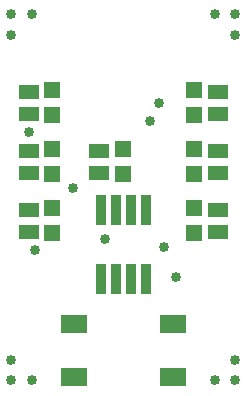
<source format=gbr>
G04 GENERATED BY PULSONIX 10.5 GERBER.DLL 7875A*
G04 #@! TF.GenerationSoftware,Pulsonix,Pulsonix,10.5.7875a*
G04 #@! TF.CreationDate,2019-10-01T10:17:35--1:00*
G04 #@! TF.Part,Single*
%FSLAX35Y35*%
%LPD*%
%MOMM*%
G04 #@! TF.FileFunction,Soldermask,Top*
G04 #@! TF.FilePolarity,Negative*
G04 #@! TA.AperFunction,SMDPad*
%ADD109R,1.65400X1.15400*%
%ADD128R,1.45400X1.35400*%
G04 #@! TA.AperFunction,ViaPad*
%ADD189C,0.85400*%
G04 #@! TA.AperFunction,SMDPad*
%ADD1066R,0.95400X2.65400*%
%ADD1067R,2.25400X1.55400*%
X0Y0D02*
D02*
D109*
X590000Y1644750D03*
Y1835250D03*
Y2144750D03*
Y2335250D03*
Y2644750D03*
Y2835250D03*
X1190000Y2144750D03*
Y2335250D03*
X2190000Y1644750D03*
Y1835250D03*
Y2144750D03*
Y2335250D03*
Y2644750D03*
Y2835250D03*
D02*
D128*
X790000Y1635000D03*
Y1845000D03*
Y2135000D03*
Y2345000D03*
Y2635000D03*
Y2845000D03*
X1390000Y2135000D03*
Y2345000D03*
X1990000Y1635000D03*
Y1845000D03*
Y2135000D03*
Y2345000D03*
Y2635000D03*
Y2845000D03*
D02*
D189*
X440000Y390000D03*
Y565000D03*
Y3315000D03*
Y3490000D03*
X590000Y2490000D03*
X615000Y390000D03*
Y3490000D03*
X640000Y1490000D03*
X965000Y2015000D03*
X1240000Y1590000D03*
X1615000Y2585000D03*
X1690000Y2740000D03*
X1740000Y1515000D03*
X1833750Y1265000D03*
X2165000Y390000D03*
Y3490000D03*
X2340000Y390000D03*
Y565000D03*
Y3315000D03*
Y3490000D03*
D02*
D1066*
X1199500Y1245000D03*
Y1835000D03*
X1326500Y1245000D03*
Y1835000D03*
X1453500Y1245000D03*
Y1835000D03*
X1580500Y1245000D03*
Y1835000D03*
D02*
D1067*
X970000Y415000D03*
Y865000D03*
X1810000Y415000D03*
Y865000D03*
X0Y0D02*
M02*

</source>
